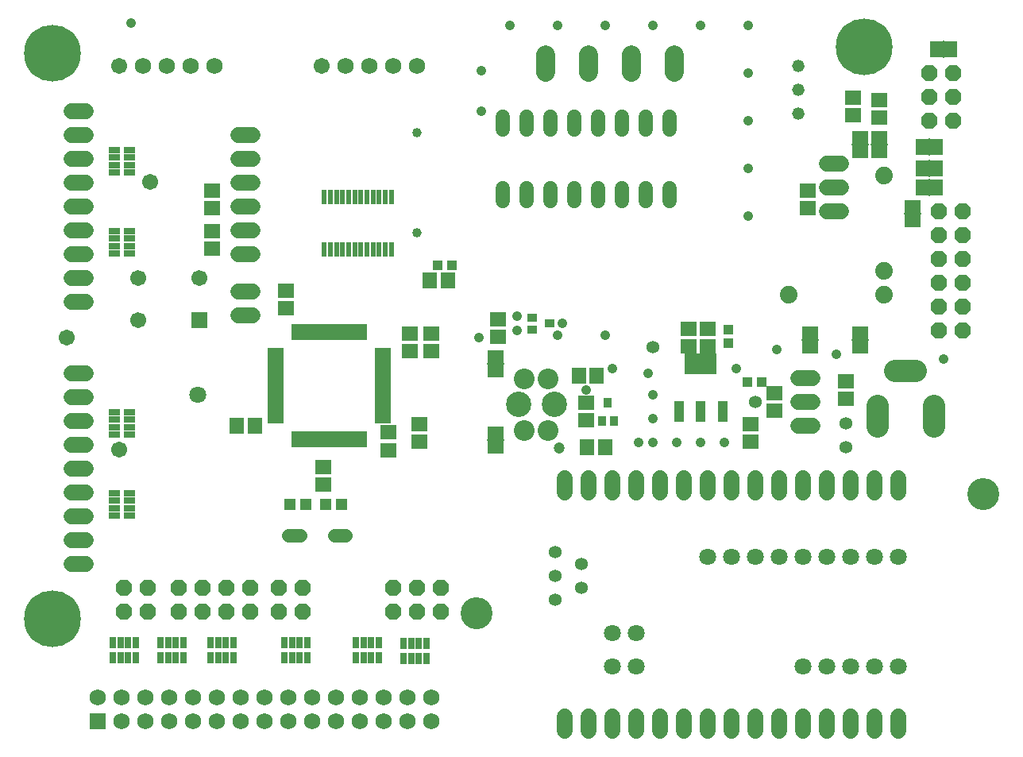
<source format=gts>
G75*
%MOIN*%
%OFA0B0*%
%FSLAX25Y25*%
%IPPOS*%
%LPD*%
%AMOC8*
5,1,8,0,0,1.08239X$1,22.5*
%
%ADD10C,0.13398*%
%ADD11R,0.06706X0.05918*%
%ADD12C,0.09400*%
%ADD13C,0.06800*%
%ADD14R,0.06800X0.06800*%
%ADD15C,0.06800*%
%ADD16R,0.05918X0.06706*%
%ADD17R,0.07100X0.05400*%
%ADD18R,0.07200X0.00600*%
%ADD19C,0.06000*%
%ADD20C,0.07887*%
%ADD21R,0.13792X0.08674*%
%ADD22R,0.04343X0.08674*%
%ADD23C,0.08674*%
%ADD24C,0.10643*%
%ADD25C,0.04737*%
%ADD26R,0.03556X0.04343*%
%ADD27R,0.04343X0.03556*%
%ADD28R,0.01981X0.06706*%
%ADD29R,0.06706X0.01981*%
%ADD30OC8,0.06800*%
%ADD31C,0.07400*%
%ADD32C,0.05200*%
%ADD33R,0.02000X0.06200*%
%ADD34R,0.05400X0.07100*%
%ADD35R,0.00600X0.07200*%
%ADD36R,0.02962X0.04737*%
%ADD37C,0.05556*%
%ADD38R,0.05131X0.04737*%
%ADD39R,0.04737X0.02962*%
%ADD40C,0.23800*%
%ADD41R,0.03950X0.03950*%
%ADD42R,0.06700X0.06700*%
%ADD43C,0.06700*%
%ADD44C,0.06706*%
%ADD45C,0.04172*%
%ADD46C,0.05353*%
%ADD47C,0.07100*%
%ADD48C,0.03975*%
D10*
X0325000Y0112500D03*
X0537500Y0162500D03*
D11*
X0480000Y0202260D03*
X0480000Y0209740D03*
X0450000Y0204740D03*
X0450000Y0197260D03*
X0440000Y0191740D03*
X0440000Y0184260D03*
X0422000Y0224260D03*
X0414000Y0224260D03*
X0414000Y0231740D03*
X0422000Y0231740D03*
X0371000Y0200740D03*
X0371000Y0193260D03*
X0334000Y0228260D03*
X0334000Y0235740D03*
X0306000Y0229740D03*
X0306000Y0222260D03*
X0297000Y0222260D03*
X0297000Y0229740D03*
X0301000Y0191740D03*
X0301000Y0184260D03*
X0288000Y0180760D03*
X0288000Y0188240D03*
X0260500Y0173740D03*
X0260500Y0166260D03*
X0245000Y0240260D03*
X0245000Y0247740D03*
X0214000Y0265260D03*
X0214000Y0272740D03*
X0214000Y0282260D03*
X0214000Y0289740D03*
X0464000Y0289740D03*
X0464000Y0282260D03*
X0483000Y0321260D03*
X0483000Y0328740D03*
X0494000Y0327740D03*
X0494000Y0320260D03*
D12*
X0500700Y0213898D02*
X0509300Y0213898D01*
X0516811Y0199300D02*
X0516811Y0190700D01*
X0493189Y0190700D02*
X0493189Y0199300D01*
D13*
X0466000Y0201000D02*
X0460000Y0201000D01*
X0460000Y0211000D02*
X0466000Y0211000D01*
X0466000Y0191000D02*
X0460000Y0191000D01*
X0462000Y0169000D02*
X0462000Y0163000D01*
X0452000Y0163000D02*
X0452000Y0169000D01*
X0442000Y0169000D02*
X0442000Y0163000D01*
X0432000Y0163000D02*
X0432000Y0169000D01*
X0422000Y0169000D02*
X0422000Y0163000D01*
X0412000Y0163000D02*
X0412000Y0169000D01*
X0402000Y0169000D02*
X0402000Y0163000D01*
X0392000Y0163000D02*
X0392000Y0169000D01*
X0382000Y0169000D02*
X0382000Y0163000D01*
X0372000Y0163000D02*
X0372000Y0169000D01*
X0362000Y0169000D02*
X0362000Y0163000D01*
X0472000Y0163000D02*
X0472000Y0169000D01*
X0482000Y0169000D02*
X0482000Y0163000D01*
X0492000Y0163000D02*
X0492000Y0169000D01*
X0502000Y0169000D02*
X0502000Y0163000D01*
X0502000Y0069000D02*
X0502000Y0063000D01*
X0492000Y0063000D02*
X0492000Y0069000D01*
X0482000Y0069000D02*
X0482000Y0063000D01*
X0472000Y0063000D02*
X0472000Y0069000D01*
X0462000Y0069000D02*
X0462000Y0063000D01*
X0452000Y0063000D02*
X0452000Y0069000D01*
X0442000Y0069000D02*
X0442000Y0063000D01*
X0432000Y0063000D02*
X0432000Y0069000D01*
X0422000Y0069000D02*
X0422000Y0063000D01*
X0412000Y0063000D02*
X0412000Y0069000D01*
X0402000Y0069000D02*
X0402000Y0063000D01*
X0392000Y0063000D02*
X0392000Y0069000D01*
X0382000Y0069000D02*
X0382000Y0063000D01*
X0372000Y0063000D02*
X0372000Y0069000D01*
X0362000Y0069000D02*
X0362000Y0063000D01*
X0161000Y0133000D02*
X0155000Y0133000D01*
X0155000Y0143000D02*
X0161000Y0143000D01*
X0161000Y0153000D02*
X0155000Y0153000D01*
X0155000Y0163000D02*
X0161000Y0163000D01*
X0161000Y0173000D02*
X0155000Y0173000D01*
X0155000Y0183000D02*
X0161000Y0183000D01*
X0161000Y0193000D02*
X0155000Y0193000D01*
X0155000Y0203000D02*
X0161000Y0203000D01*
X0161000Y0213000D02*
X0155000Y0213000D01*
X0155000Y0243000D02*
X0161000Y0243000D01*
X0161000Y0253000D02*
X0155000Y0253000D01*
X0155000Y0263000D02*
X0161000Y0263000D01*
X0161000Y0273000D02*
X0155000Y0273000D01*
X0155000Y0283000D02*
X0161000Y0283000D01*
X0161000Y0293000D02*
X0155000Y0293000D01*
X0155000Y0303000D02*
X0161000Y0303000D01*
X0161000Y0313000D02*
X0155000Y0313000D01*
X0155000Y0323000D02*
X0161000Y0323000D01*
X0225000Y0313000D02*
X0231000Y0313000D01*
X0231000Y0303000D02*
X0225000Y0303000D01*
X0225000Y0293000D02*
X0231000Y0293000D01*
X0231000Y0283000D02*
X0225000Y0283000D01*
X0225000Y0273000D02*
X0231000Y0273000D01*
X0231000Y0263000D02*
X0225000Y0263000D01*
X0225000Y0247500D02*
X0231000Y0247500D01*
X0231000Y0237500D02*
X0225000Y0237500D01*
X0472000Y0281000D02*
X0478000Y0281000D01*
X0478000Y0291000D02*
X0472000Y0291000D01*
X0472000Y0301000D02*
X0478000Y0301000D01*
D14*
X0166000Y0067000D03*
D15*
X0166000Y0077000D03*
X0176000Y0077000D03*
X0176000Y0067000D03*
X0186000Y0067000D03*
X0186000Y0077000D03*
X0196000Y0077000D03*
X0196000Y0067000D03*
X0206000Y0067000D03*
X0206000Y0077000D03*
X0216000Y0077000D03*
X0216000Y0067000D03*
X0226000Y0067000D03*
X0226000Y0077000D03*
X0236000Y0077000D03*
X0236000Y0067000D03*
X0246000Y0067000D03*
X0256000Y0067000D03*
X0256000Y0077000D03*
X0246000Y0077000D03*
X0266000Y0077000D03*
X0266000Y0067000D03*
X0276000Y0067000D03*
X0276000Y0077000D03*
X0286000Y0077000D03*
X0286000Y0067000D03*
X0296000Y0067000D03*
X0296000Y0077000D03*
X0306000Y0077000D03*
X0306000Y0067000D03*
X0299984Y0342000D03*
X0289984Y0342000D03*
X0279984Y0342000D03*
X0269984Y0342000D03*
X0214984Y0342000D03*
X0204984Y0342000D03*
X0194984Y0342000D03*
X0184984Y0342000D03*
D16*
X0305260Y0252000D03*
X0312740Y0252000D03*
X0367760Y0212000D03*
X0375240Y0212000D03*
X0378740Y0182000D03*
X0371260Y0182000D03*
X0231740Y0191000D03*
X0224260Y0191000D03*
D17*
X0333000Y0188000D03*
X0333000Y0182000D03*
X0333000Y0214000D03*
X0333000Y0220000D03*
X0465000Y0224000D03*
X0465000Y0230000D03*
X0486000Y0230000D03*
X0486000Y0224000D03*
X0508000Y0277000D03*
X0508000Y0283000D03*
X0494000Y0306000D03*
X0494000Y0312000D03*
X0486000Y0312000D03*
X0486000Y0306000D03*
D18*
X0486000Y0309000D03*
X0494000Y0309000D03*
X0508000Y0280000D03*
X0486000Y0227000D03*
X0465000Y0227000D03*
X0333000Y0217000D03*
X0333000Y0185000D03*
D19*
X0336000Y0285400D02*
X0336000Y0290600D01*
X0346000Y0290600D02*
X0346000Y0285400D01*
X0356000Y0285400D02*
X0356000Y0290600D01*
X0366000Y0290600D02*
X0366000Y0285400D01*
X0376000Y0285400D02*
X0376000Y0290600D01*
X0386000Y0290600D02*
X0386000Y0285400D01*
X0396000Y0285400D02*
X0396000Y0290600D01*
X0406000Y0290600D02*
X0406000Y0285400D01*
X0406000Y0315400D02*
X0406000Y0320600D01*
X0396000Y0320600D02*
X0396000Y0315400D01*
X0386000Y0315400D02*
X0386000Y0320600D01*
X0376000Y0320600D02*
X0376000Y0315400D01*
X0366000Y0315400D02*
X0366000Y0320600D01*
X0356000Y0320600D02*
X0356000Y0315400D01*
X0346000Y0315400D02*
X0346000Y0320600D01*
X0336000Y0320600D02*
X0336000Y0315400D01*
D20*
X0354000Y0339457D02*
X0354000Y0346543D01*
X0371717Y0346543D02*
X0371717Y0339457D01*
X0390024Y0339457D02*
X0390024Y0346543D01*
X0407740Y0346543D02*
X0407740Y0339457D01*
D21*
X0419000Y0216961D03*
D22*
X0419000Y0197079D03*
X0428055Y0197079D03*
X0409945Y0197079D03*
D23*
X0355000Y0189173D03*
X0345000Y0189173D03*
X0345000Y0210827D03*
X0355000Y0210827D03*
D24*
X0357480Y0200000D03*
X0342520Y0200000D03*
D25*
X0359646Y0181693D03*
D26*
X0377638Y0193063D03*
X0382559Y0193063D03*
X0380000Y0200543D03*
D27*
X0355543Y0234000D03*
X0348063Y0236362D03*
X0348063Y0231441D03*
D28*
X0277800Y0230500D03*
X0275800Y0230500D03*
X0273800Y0230500D03*
X0271900Y0230500D03*
X0269900Y0230500D03*
X0267900Y0230500D03*
X0266000Y0230500D03*
X0264000Y0230500D03*
X0262000Y0230500D03*
X0260000Y0230500D03*
X0258100Y0230500D03*
X0256100Y0230500D03*
X0254100Y0230500D03*
X0252200Y0230500D03*
X0250200Y0230500D03*
X0248200Y0230500D03*
X0248200Y0185500D03*
X0250200Y0185500D03*
X0252200Y0185500D03*
X0254100Y0185500D03*
X0256100Y0185500D03*
X0258100Y0185500D03*
X0260000Y0185500D03*
X0262000Y0185500D03*
X0264000Y0185500D03*
X0266000Y0185500D03*
X0267900Y0185500D03*
X0269900Y0185500D03*
X0271900Y0185500D03*
X0273800Y0185500D03*
X0275800Y0185500D03*
X0277800Y0185500D03*
D29*
X0285500Y0193200D03*
X0285500Y0195200D03*
X0285500Y0197200D03*
X0285500Y0199100D03*
X0285500Y0201100D03*
X0285500Y0203100D03*
X0285500Y0205000D03*
X0285500Y0207000D03*
X0285500Y0209000D03*
X0285500Y0211000D03*
X0285500Y0212900D03*
X0285500Y0214900D03*
X0285500Y0216900D03*
X0285500Y0218800D03*
X0285500Y0220800D03*
X0285500Y0222800D03*
X0240500Y0222800D03*
X0240500Y0220800D03*
X0240500Y0218800D03*
X0240500Y0216900D03*
X0240500Y0214900D03*
X0240500Y0212900D03*
X0240500Y0211000D03*
X0240500Y0209000D03*
X0240500Y0207000D03*
X0240500Y0205000D03*
X0240500Y0203100D03*
X0240500Y0201100D03*
X0240500Y0199100D03*
X0240500Y0197200D03*
X0240500Y0195200D03*
X0240500Y0193200D03*
D30*
X0242000Y0123000D03*
X0252000Y0123000D03*
X0252000Y0113000D03*
X0242000Y0113000D03*
X0230000Y0113000D03*
X0220000Y0113000D03*
X0210000Y0113000D03*
X0200000Y0113000D03*
X0200000Y0123000D03*
X0210000Y0123000D03*
X0220000Y0123000D03*
X0230000Y0123000D03*
X0187000Y0123000D03*
X0177000Y0123000D03*
X0177000Y0113000D03*
X0187000Y0113000D03*
X0290000Y0113000D03*
X0300000Y0113000D03*
X0310000Y0113000D03*
X0310000Y0123000D03*
X0300000Y0123000D03*
X0290000Y0123000D03*
X0519000Y0231000D03*
X0529000Y0231000D03*
X0529000Y0241000D03*
X0529000Y0251000D03*
X0519000Y0251000D03*
X0519000Y0241000D03*
X0519000Y0261000D03*
X0519000Y0271000D03*
X0529000Y0271000D03*
X0529000Y0261000D03*
X0529000Y0281000D03*
X0519000Y0281000D03*
X0515000Y0319000D03*
X0525000Y0319000D03*
X0525000Y0329000D03*
X0525000Y0339000D03*
X0515000Y0339000D03*
X0515000Y0329000D03*
D31*
X0496000Y0296000D03*
X0496000Y0256000D03*
X0496000Y0246000D03*
X0456000Y0246000D03*
D32*
X0460000Y0322000D03*
X0460000Y0332000D03*
X0460000Y0342000D03*
D33*
X0289075Y0286900D03*
X0286516Y0286900D03*
X0283957Y0286900D03*
X0281398Y0286900D03*
X0278839Y0286900D03*
X0276280Y0286900D03*
X0273720Y0286900D03*
X0271161Y0286900D03*
X0268602Y0286900D03*
X0266043Y0286900D03*
X0263484Y0286900D03*
X0260925Y0286900D03*
X0260925Y0265100D03*
X0263484Y0265100D03*
X0266043Y0265100D03*
X0268602Y0265100D03*
X0271161Y0265100D03*
X0273720Y0265100D03*
X0276280Y0265100D03*
X0278839Y0265100D03*
X0281398Y0265100D03*
X0283957Y0265100D03*
X0286516Y0265100D03*
X0289075Y0265100D03*
D34*
X0512000Y0291000D03*
X0518000Y0291000D03*
X0518000Y0299000D03*
X0512000Y0299000D03*
X0512000Y0308000D03*
X0518000Y0308000D03*
X0518000Y0349000D03*
X0524000Y0349000D03*
D35*
X0521000Y0349000D03*
X0515000Y0308000D03*
X0515000Y0299000D03*
X0515000Y0291000D03*
D36*
X0303724Y0099650D03*
X0300575Y0099650D03*
X0297425Y0099650D03*
X0294276Y0099650D03*
X0294276Y0093350D03*
X0297425Y0093350D03*
X0300575Y0093350D03*
X0303724Y0093350D03*
X0283724Y0093850D03*
X0280575Y0093850D03*
X0277425Y0093850D03*
X0274276Y0093850D03*
X0274276Y0100150D03*
X0277425Y0100150D03*
X0280575Y0100150D03*
X0283724Y0100150D03*
X0253724Y0100150D03*
X0250575Y0100150D03*
X0247425Y0100150D03*
X0244276Y0100150D03*
X0244276Y0093850D03*
X0247425Y0093850D03*
X0250575Y0093850D03*
X0253724Y0093850D03*
X0222724Y0093850D03*
X0219575Y0093850D03*
X0216425Y0093850D03*
X0213276Y0093850D03*
X0213276Y0100150D03*
X0216425Y0100150D03*
X0219575Y0100150D03*
X0222724Y0100150D03*
X0201724Y0100150D03*
X0198575Y0100150D03*
X0195425Y0100150D03*
X0192276Y0100150D03*
X0192276Y0093850D03*
X0195425Y0093850D03*
X0198575Y0093850D03*
X0201724Y0093850D03*
X0181724Y0093850D03*
X0178575Y0093850D03*
X0175425Y0093850D03*
X0172276Y0093850D03*
X0172276Y0100150D03*
X0175425Y0100150D03*
X0178575Y0100150D03*
X0181724Y0100150D03*
D37*
X0246016Y0145000D02*
X0250772Y0145000D01*
X0265228Y0145000D02*
X0269984Y0145000D01*
D38*
X0268346Y0158000D03*
X0261654Y0158000D03*
X0253346Y0158000D03*
X0246654Y0158000D03*
D39*
X0179150Y0156425D03*
X0179150Y0153276D03*
X0172850Y0153276D03*
X0172850Y0156425D03*
X0172850Y0159575D03*
X0172850Y0162724D03*
X0179150Y0162724D03*
X0179150Y0159575D03*
X0179150Y0187276D03*
X0179150Y0190425D03*
X0179150Y0193575D03*
X0179150Y0196724D03*
X0172850Y0196724D03*
X0172850Y0193575D03*
X0172850Y0190425D03*
X0172850Y0187276D03*
X0172850Y0263276D03*
X0172850Y0266425D03*
X0172850Y0269575D03*
X0172850Y0272724D03*
X0179150Y0272724D03*
X0179150Y0269575D03*
X0179150Y0266425D03*
X0179150Y0263276D03*
X0179150Y0297276D03*
X0179150Y0300425D03*
X0179150Y0303575D03*
X0179150Y0306724D03*
X0172850Y0306724D03*
X0172850Y0303575D03*
X0172850Y0300425D03*
X0172850Y0297276D03*
D40*
X0147000Y0110000D03*
X0147000Y0347500D03*
X0487500Y0350000D03*
D41*
X0430575Y0231480D03*
X0430575Y0225575D03*
X0438575Y0209425D03*
X0444480Y0209425D03*
X0314480Y0258425D03*
X0308575Y0258425D03*
D42*
X0208600Y0235300D03*
D43*
X0208600Y0253000D03*
X0183000Y0253000D03*
X0183000Y0235300D03*
D44*
X0153000Y0228000D03*
X0175000Y0181000D03*
X0188000Y0293500D03*
X0175000Y0342000D03*
X0260000Y0342000D03*
D45*
X0327000Y0340000D03*
X0339000Y0359000D03*
X0359000Y0359000D03*
X0379000Y0359000D03*
X0399000Y0359000D03*
X0419000Y0359000D03*
X0439000Y0359000D03*
X0439000Y0339000D03*
X0439000Y0319000D03*
X0439000Y0299000D03*
X0439000Y0279000D03*
X0379000Y0229000D03*
X0361000Y0234000D03*
X0359000Y0229000D03*
X0342000Y0231000D03*
X0342000Y0237000D03*
X0326000Y0228000D03*
X0371000Y0206000D03*
X0382000Y0215000D03*
X0397000Y0213000D03*
X0399000Y0204000D03*
X0399000Y0194000D03*
X0399000Y0184000D03*
X0393000Y0184000D03*
X0409000Y0184000D03*
X0419000Y0184000D03*
X0429000Y0184000D03*
X0434000Y0215000D03*
X0451000Y0223000D03*
X0476000Y0221000D03*
X0521000Y0219000D03*
X0327000Y0323000D03*
X0180000Y0360000D03*
D46*
X0399000Y0224000D03*
X0442000Y0201000D03*
X0480000Y0192000D03*
X0480000Y0182000D03*
X0369000Y0133000D03*
X0369000Y0123000D03*
X0358000Y0118000D03*
X0358000Y0128000D03*
X0358000Y0138000D03*
D47*
X0382000Y0104000D03*
X0392000Y0104000D03*
X0392000Y0090000D03*
X0382000Y0090000D03*
X0422000Y0136000D03*
X0432000Y0136000D03*
X0442000Y0136000D03*
X0452000Y0136000D03*
X0462000Y0136000D03*
X0472000Y0136000D03*
X0482000Y0136000D03*
X0492000Y0136000D03*
X0502000Y0136000D03*
X0502000Y0090000D03*
X0492000Y0090000D03*
X0482000Y0090000D03*
X0472000Y0090000D03*
X0462000Y0090000D03*
X0208000Y0204000D03*
D48*
X0300000Y0272000D03*
X0300000Y0314000D03*
M02*

</source>
